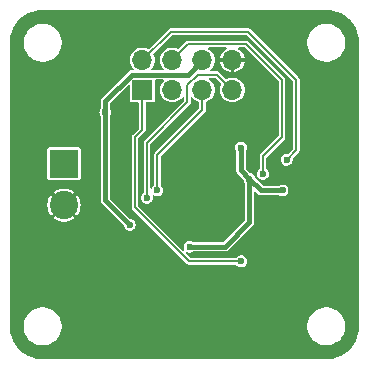
<source format=gbr>
%TF.GenerationSoftware,KiCad,Pcbnew,8.0.0-rc3-3-g27911d9b5a*%
%TF.CreationDate,2025-03-15T22:51:05+01:00*%
%TF.ProjectId,MSPM0C1104S8YCJR,4d53504d-3043-4313-9130-34533859434a,rev?*%
%TF.SameCoordinates,Original*%
%TF.FileFunction,Copper,L2,Bot*%
%TF.FilePolarity,Positive*%
%FSLAX46Y46*%
G04 Gerber Fmt 4.6, Leading zero omitted, Abs format (unit mm)*
G04 Created by KiCad (PCBNEW 8.0.0-rc3-3-g27911d9b5a) date 2025-03-15 22:51:05*
%MOMM*%
%LPD*%
G01*
G04 APERTURE LIST*
%TA.AperFunction,ComponentPad*%
%ADD10R,2.400000X2.400000*%
%TD*%
%TA.AperFunction,ComponentPad*%
%ADD11C,2.400000*%
%TD*%
%TA.AperFunction,ComponentPad*%
%ADD12R,1.700000X1.700000*%
%TD*%
%TA.AperFunction,ComponentPad*%
%ADD13O,1.700000X1.700000*%
%TD*%
%TA.AperFunction,ViaPad*%
%ADD14C,0.600000*%
%TD*%
%TA.AperFunction,Conductor*%
%ADD15C,0.150000*%
%TD*%
%TA.AperFunction,Conductor*%
%ADD16C,0.400000*%
%TD*%
G04 APERTURE END LIST*
D10*
%TO.P,J2,1,Pin_1*%
%TO.N,Net-(J2-Pin_1)*%
X114800000Y-93250000D03*
D11*
%TO.P,J2,2,Pin_2*%
%TO.N,GND*%
X114800000Y-96750000D03*
%TD*%
D12*
%TO.P,J1,1,Pin_1*%
%TO.N,/PA24*%
X121435000Y-86995000D03*
D13*
%TO.P,J1,2,Pin_2*%
%TO.N,/I2C0_SDA*%
X121435000Y-84455000D03*
%TO.P,J1,3,Pin_3*%
%TO.N,/PA27*%
X123975000Y-86995000D03*
%TO.P,J1,4,Pin_4*%
%TO.N,/I2C0_SCL*%
X123975000Y-84455000D03*
%TO.P,J1,5,Pin_5*%
%TO.N,/SWCLK*%
X126515000Y-86995000D03*
%TO.P,J1,6,Pin_6*%
%TO.N,+3V3*%
X126515000Y-84455000D03*
%TO.P,J1,7,Pin_7*%
%TO.N,/SWDIO*%
X129055000Y-86995000D03*
%TO.P,J1,8,Pin_8*%
%TO.N,GND*%
X129055000Y-84455000D03*
%TD*%
D14*
%TO.N,GND*%
X132650000Y-93750000D03*
%TO.N,/I2C0_SDA*%
X133650000Y-92900000D03*
%TO.N,/I2C0_SCL*%
X131650000Y-94100000D03*
%TO.N,GND*%
X138500000Y-96050000D03*
%TO.N,+3V3*%
X133300000Y-95500000D03*
%TO.N,GND*%
X132900000Y-96550000D03*
X122500000Y-91700000D03*
X123500000Y-90850000D03*
X119960000Y-96470000D03*
X117350000Y-97860000D03*
X113490000Y-102820000D03*
X132630000Y-107260000D03*
X116580000Y-81050000D03*
X116150000Y-85570000D03*
X124980000Y-91920000D03*
X123290000Y-93720000D03*
X127700000Y-89760000D03*
X135970000Y-98010000D03*
X137530000Y-102080000D03*
X139050000Y-103260000D03*
X138670000Y-100860000D03*
X137300000Y-99720000D03*
X133170000Y-98040000D03*
X126960000Y-98750000D03*
X131490000Y-99670000D03*
X131980000Y-103850000D03*
X129980000Y-103860000D03*
X127850000Y-102420000D03*
X126550000Y-102990000D03*
X125430000Y-104040000D03*
X120370000Y-107380000D03*
X117180000Y-105920000D03*
X115840000Y-103230000D03*
X118960000Y-99680000D03*
X114530000Y-99970000D03*
X110780000Y-103540000D03*
X111020000Y-101010000D03*
X119370000Y-88270000D03*
X117960000Y-86700000D03*
X116580000Y-90290000D03*
X111150000Y-88760000D03*
X111460000Y-86550000D03*
X117310000Y-83030000D03*
X119680000Y-80890000D03*
X125060000Y-80940000D03*
X131260000Y-80970000D03*
X133790000Y-80970000D03*
X132890000Y-82770000D03*
X133860000Y-86400000D03*
X133860000Y-89440000D03*
X138370000Y-88380000D03*
X138880000Y-86600000D03*
X136000000Y-87060000D03*
X131850000Y-87080000D03*
X131950000Y-90420000D03*
X127030000Y-91800000D03*
X119550000Y-90270000D03*
X119850000Y-92940000D03*
X122930000Y-97270000D03*
X135280000Y-100340000D03*
X137650000Y-93510000D03*
X131590000Y-97110000D03*
X129020000Y-97180000D03*
X113240000Y-90080000D03*
X117150000Y-103000000D03*
%TO.N,+3V3*%
X120360000Y-98400000D03*
%TO.N,/PA24*%
X129800000Y-101500000D03*
%TO.N,+3V3*%
X125437500Y-100262500D03*
X129800000Y-91870000D03*
X130500000Y-94500000D03*
X118300000Y-88900000D03*
%TO.N,/SWCLK*%
X122700000Y-95500000D03*
%TO.N,/SWDIO*%
X121825000Y-96125000D03*
%TD*%
D15*
%TO.N,/I2C0_SDA*%
X134470000Y-92080000D02*
X133650000Y-92900000D01*
X134470000Y-86110000D02*
X134470000Y-92080000D01*
%TO.N,/I2C0_SCL*%
X131650000Y-92600000D02*
X131650000Y-94100000D01*
X133260000Y-90990000D02*
X131650000Y-92600000D01*
X130240000Y-83120000D02*
X133260000Y-86140000D01*
X125310000Y-83120000D02*
X130240000Y-83120000D01*
X133260000Y-86140000D02*
X133260000Y-90990000D01*
X123975000Y-84455000D02*
X125310000Y-83120000D01*
D16*
%TO.N,+3V3*%
X131500000Y-95500000D02*
X133300000Y-95500000D01*
X130500000Y-94500000D02*
X131500000Y-95500000D01*
X129800000Y-93800000D02*
X130500000Y-94500000D01*
X129800000Y-91870000D02*
X129800000Y-93800000D01*
D15*
%TO.N,/SWDIO*%
X126120000Y-85700000D02*
X127760000Y-85700000D01*
X127760000Y-85700000D02*
X129055000Y-86995000D01*
X125250000Y-86570000D02*
X126120000Y-85700000D01*
X121825000Y-91475000D02*
X125250000Y-88050000D01*
X125250000Y-88050000D02*
X125250000Y-86570000D01*
X121825000Y-96125000D02*
X121825000Y-91475000D01*
D16*
%TO.N,+3V3*%
X118300000Y-96340000D02*
X118300000Y-88900000D01*
X120360000Y-98400000D02*
X118300000Y-96340000D01*
D15*
%TO.N,/I2C0_SDA*%
X123830000Y-82060000D02*
X121435000Y-84455000D01*
X130420000Y-82060000D02*
X123830000Y-82060000D01*
X134470000Y-86110000D02*
X130420000Y-82060000D01*
D16*
%TO.N,+3V3*%
X125270000Y-85700000D02*
X126515000Y-84455000D01*
X118300000Y-87930000D02*
X120530000Y-85700000D01*
X118300000Y-88900000D02*
X118300000Y-87930000D01*
X120530000Y-85700000D02*
X125270000Y-85700000D01*
D15*
%TO.N,/PA24*%
X120800000Y-96900000D02*
X125400000Y-101500000D01*
X125400000Y-101500000D02*
X129800000Y-101500000D01*
X120800000Y-91000000D02*
X120800000Y-96900000D01*
X121435000Y-90365000D02*
X120800000Y-91000000D01*
X121435000Y-86995000D02*
X121435000Y-90365000D01*
D16*
%TO.N,+3V3*%
X128437500Y-100262500D02*
X130500000Y-98200000D01*
X125437500Y-100262500D02*
X128437500Y-100262500D01*
X130500000Y-98200000D02*
X130500000Y-94500000D01*
D15*
%TO.N,/SWCLK*%
X126515000Y-88685000D02*
X126515000Y-86995000D01*
X122700000Y-92500000D02*
X126515000Y-88685000D01*
X122700000Y-95500000D02*
X122700000Y-92500000D01*
%TD*%
%TA.AperFunction,Conductor*%
%TO.N,GND*%
G36*
X125651826Y-87599693D02*
G01*
X125656698Y-87605069D01*
X125768590Y-87741410D01*
X125928550Y-87872685D01*
X126111046Y-87970232D01*
X126186981Y-87993266D01*
X126230762Y-88029195D01*
X126239500Y-88064079D01*
X126239500Y-88540232D01*
X126217826Y-88592558D01*
X122543942Y-92266443D01*
X122466442Y-92343943D01*
X122424500Y-92445200D01*
X122424500Y-95041700D01*
X122402826Y-95094026D01*
X122390508Y-95103952D01*
X122368877Y-95117853D01*
X122368868Y-95117860D01*
X122274623Y-95226626D01*
X122241813Y-95298471D01*
X122200360Y-95337064D01*
X122143759Y-95335043D01*
X122105166Y-95293590D01*
X122100500Y-95267730D01*
X122100500Y-91619767D01*
X122122174Y-91567441D01*
X123469383Y-90220232D01*
X125483557Y-88206059D01*
X125496044Y-88175913D01*
X125525500Y-88104800D01*
X125525500Y-87652019D01*
X125547174Y-87599693D01*
X125599500Y-87578019D01*
X125651826Y-87599693D01*
G37*
%TD.AperFunction*%
%TA.AperFunction,Conductor*%
G36*
X137002065Y-80200615D02*
G01*
X137309309Y-80217870D01*
X137317543Y-80218799D01*
X137618855Y-80269993D01*
X137626923Y-80271834D01*
X137920633Y-80356451D01*
X137928447Y-80359185D01*
X138210817Y-80476147D01*
X138218293Y-80479747D01*
X138485784Y-80627584D01*
X138492808Y-80631997D01*
X138742086Y-80808869D01*
X138748554Y-80814028D01*
X138901670Y-80950862D01*
X138976446Y-81017686D01*
X138982313Y-81023553D01*
X139065033Y-81116116D01*
X139185969Y-81251443D01*
X139191132Y-81257915D01*
X139319554Y-81438909D01*
X139368000Y-81507188D01*
X139372415Y-81514215D01*
X139520252Y-81781706D01*
X139523852Y-81789182D01*
X139640810Y-82071543D01*
X139643551Y-82079376D01*
X139728162Y-82373065D01*
X139730008Y-82381156D01*
X139781199Y-82682450D01*
X139782129Y-82690696D01*
X139799384Y-82997934D01*
X139799500Y-83002083D01*
X139799500Y-106997916D01*
X139799384Y-107002065D01*
X139782129Y-107309303D01*
X139781199Y-107317549D01*
X139730008Y-107618843D01*
X139728162Y-107626934D01*
X139643551Y-107920623D01*
X139640810Y-107928456D01*
X139523852Y-108210817D01*
X139520252Y-108218293D01*
X139372415Y-108485784D01*
X139368000Y-108492811D01*
X139191138Y-108742076D01*
X139185963Y-108748564D01*
X138982313Y-108976446D01*
X138976446Y-108982313D01*
X138748564Y-109185963D01*
X138742076Y-109191138D01*
X138492811Y-109368000D01*
X138485784Y-109372415D01*
X138218293Y-109520252D01*
X138210817Y-109523852D01*
X137928456Y-109640810D01*
X137920623Y-109643551D01*
X137626934Y-109728162D01*
X137618843Y-109730008D01*
X137317549Y-109781199D01*
X137309303Y-109782129D01*
X137002066Y-109799384D01*
X136997917Y-109799500D01*
X113002083Y-109799500D01*
X112997934Y-109799384D01*
X112690696Y-109782129D01*
X112682450Y-109781199D01*
X112381156Y-109730008D01*
X112373065Y-109728162D01*
X112079376Y-109643551D01*
X112071543Y-109640810D01*
X111789182Y-109523852D01*
X111781706Y-109520252D01*
X111514215Y-109372415D01*
X111507188Y-109368000D01*
X111363715Y-109266201D01*
X111257915Y-109191132D01*
X111251443Y-109185969D01*
X111062260Y-109016904D01*
X111023553Y-108982313D01*
X111017686Y-108976446D01*
X110950862Y-108901670D01*
X110814028Y-108748554D01*
X110808869Y-108742086D01*
X110631997Y-108492808D01*
X110627584Y-108485784D01*
X110610565Y-108454991D01*
X110479747Y-108218293D01*
X110476147Y-108210817D01*
X110450347Y-108148531D01*
X110359185Y-107928447D01*
X110356451Y-107920633D01*
X110271834Y-107626923D01*
X110269993Y-107618855D01*
X110218799Y-107317543D01*
X110217870Y-107309303D01*
X110207574Y-107125963D01*
X111399500Y-107125963D01*
X111438909Y-107374782D01*
X111438912Y-107374795D01*
X111516756Y-107614373D01*
X111631129Y-107838845D01*
X111779203Y-108042651D01*
X111779207Y-108042656D01*
X111957344Y-108220793D01*
X111957347Y-108220795D01*
X111957348Y-108220796D01*
X112161154Y-108368870D01*
X112269345Y-108423995D01*
X112385621Y-108483241D01*
X112385623Y-108483241D01*
X112385626Y-108483243D01*
X112625204Y-108561087D01*
X112625210Y-108561088D01*
X112625215Y-108561090D01*
X112749626Y-108580795D01*
X112874036Y-108600500D01*
X112874038Y-108600500D01*
X113125964Y-108600500D01*
X113225491Y-108584736D01*
X113374785Y-108561090D01*
X113374792Y-108561087D01*
X113374795Y-108561087D01*
X113614373Y-108483243D01*
X113614373Y-108483242D01*
X113614379Y-108483241D01*
X113838845Y-108368870D01*
X114042656Y-108220793D01*
X114220793Y-108042656D01*
X114368870Y-107838845D01*
X114483241Y-107614379D01*
X114483243Y-107614373D01*
X114561087Y-107374795D01*
X114561087Y-107374792D01*
X114561090Y-107374785D01*
X114600500Y-107125963D01*
X135399500Y-107125963D01*
X135438909Y-107374782D01*
X135438912Y-107374795D01*
X135516756Y-107614373D01*
X135631129Y-107838845D01*
X135779203Y-108042651D01*
X135779207Y-108042656D01*
X135957344Y-108220793D01*
X135957347Y-108220795D01*
X135957348Y-108220796D01*
X136161154Y-108368870D01*
X136269345Y-108423995D01*
X136385621Y-108483241D01*
X136385623Y-108483241D01*
X136385626Y-108483243D01*
X136625204Y-108561087D01*
X136625210Y-108561088D01*
X136625215Y-108561090D01*
X136749626Y-108580795D01*
X136874036Y-108600500D01*
X136874038Y-108600500D01*
X137125964Y-108600500D01*
X137225491Y-108584736D01*
X137374785Y-108561090D01*
X137374792Y-108561087D01*
X137374795Y-108561087D01*
X137614373Y-108483243D01*
X137614373Y-108483242D01*
X137614379Y-108483241D01*
X137838845Y-108368870D01*
X138042656Y-108220793D01*
X138220793Y-108042656D01*
X138368870Y-107838845D01*
X138483241Y-107614379D01*
X138483243Y-107614373D01*
X138561087Y-107374795D01*
X138561087Y-107374792D01*
X138561090Y-107374785D01*
X138600500Y-107125962D01*
X138600500Y-106874038D01*
X138561090Y-106625215D01*
X138561088Y-106625210D01*
X138561087Y-106625204D01*
X138483243Y-106385626D01*
X138483241Y-106385623D01*
X138483241Y-106385621D01*
X138423995Y-106269345D01*
X138368870Y-106161154D01*
X138220796Y-105957348D01*
X138220795Y-105957347D01*
X138220793Y-105957344D01*
X138042656Y-105779207D01*
X138042653Y-105779204D01*
X138042651Y-105779203D01*
X137838845Y-105631129D01*
X137614373Y-105516756D01*
X137374795Y-105438912D01*
X137374782Y-105438909D01*
X137125964Y-105399500D01*
X137125962Y-105399500D01*
X136874038Y-105399500D01*
X136874036Y-105399500D01*
X136625217Y-105438909D01*
X136625204Y-105438912D01*
X136385626Y-105516756D01*
X136161154Y-105631129D01*
X135957348Y-105779203D01*
X135779203Y-105957348D01*
X135631129Y-106161154D01*
X135516756Y-106385626D01*
X135438912Y-106625204D01*
X135438909Y-106625217D01*
X135399500Y-106874036D01*
X135399500Y-107125963D01*
X114600500Y-107125963D01*
X114600500Y-107125962D01*
X114600500Y-106874038D01*
X114561090Y-106625215D01*
X114561088Y-106625210D01*
X114561087Y-106625204D01*
X114483243Y-106385626D01*
X114483241Y-106385623D01*
X114483241Y-106385621D01*
X114423995Y-106269345D01*
X114368870Y-106161154D01*
X114220796Y-105957348D01*
X114220795Y-105957347D01*
X114220793Y-105957344D01*
X114042656Y-105779207D01*
X114042653Y-105779204D01*
X114042651Y-105779203D01*
X113838845Y-105631129D01*
X113614373Y-105516756D01*
X113374795Y-105438912D01*
X113374782Y-105438909D01*
X113125964Y-105399500D01*
X113125962Y-105399500D01*
X112874038Y-105399500D01*
X112874036Y-105399500D01*
X112625217Y-105438909D01*
X112625204Y-105438912D01*
X112385626Y-105516756D01*
X112161154Y-105631129D01*
X111957348Y-105779203D01*
X111779203Y-105957348D01*
X111631129Y-106161154D01*
X111516756Y-106385626D01*
X111438912Y-106625204D01*
X111438909Y-106625217D01*
X111399500Y-106874036D01*
X111399500Y-107125963D01*
X110207574Y-107125963D01*
X110200616Y-107002065D01*
X110200500Y-106997916D01*
X110200500Y-96750003D01*
X113395202Y-96750003D01*
X113414362Y-96981221D01*
X113471320Y-97206145D01*
X113564515Y-97418608D01*
X113691414Y-97612842D01*
X113707524Y-97630341D01*
X114283123Y-97054742D01*
X114319881Y-97118408D01*
X114431592Y-97230119D01*
X114495255Y-97266875D01*
X113921675Y-97840455D01*
X114031645Y-97926048D01*
X114235697Y-98036476D01*
X114455145Y-98111812D01*
X114683990Y-98149999D01*
X114683993Y-98150000D01*
X114916007Y-98150000D01*
X114916009Y-98149999D01*
X115144854Y-98111812D01*
X115364302Y-98036476D01*
X115568353Y-97926048D01*
X115678322Y-97840455D01*
X115678323Y-97840455D01*
X115104743Y-97266875D01*
X115168408Y-97230119D01*
X115280119Y-97118408D01*
X115316876Y-97054743D01*
X115892474Y-97630341D01*
X115908585Y-97612841D01*
X116035484Y-97418608D01*
X116128679Y-97206145D01*
X116185637Y-96981221D01*
X116204798Y-96750003D01*
X116204798Y-96749996D01*
X116185637Y-96518778D01*
X116128679Y-96293854D01*
X116035484Y-96081391D01*
X115908584Y-95887157D01*
X115908585Y-95887157D01*
X115892473Y-95869656D01*
X115316875Y-96445255D01*
X115280119Y-96381592D01*
X115168408Y-96269881D01*
X115104742Y-96233123D01*
X115678323Y-95659543D01*
X115568354Y-95573952D01*
X115568344Y-95573946D01*
X115364302Y-95463523D01*
X115144854Y-95388187D01*
X114916009Y-95350000D01*
X114683990Y-95350000D01*
X114455145Y-95388187D01*
X114235697Y-95463523D01*
X114031655Y-95573946D01*
X114031645Y-95573952D01*
X113921675Y-95659543D01*
X114495256Y-96233124D01*
X114431592Y-96269881D01*
X114319881Y-96381592D01*
X114283124Y-96445256D01*
X113707525Y-95869657D01*
X113707524Y-95869657D01*
X113691420Y-95887149D01*
X113691418Y-95887152D01*
X113564515Y-96081391D01*
X113471320Y-96293854D01*
X113414362Y-96518778D01*
X113395202Y-96749996D01*
X113395202Y-96750003D01*
X110200500Y-96750003D01*
X110200500Y-94469746D01*
X113399500Y-94469746D01*
X113411133Y-94528232D01*
X113432329Y-94559953D01*
X113455448Y-94594552D01*
X113464350Y-94600500D01*
X113521767Y-94638866D01*
X113521768Y-94638866D01*
X113521769Y-94638867D01*
X113580252Y-94650500D01*
X113580254Y-94650500D01*
X116019746Y-94650500D01*
X116019748Y-94650500D01*
X116078231Y-94638867D01*
X116144552Y-94594552D01*
X116188867Y-94528231D01*
X116200500Y-94469748D01*
X116200500Y-92030252D01*
X116188867Y-91971769D01*
X116144552Y-91905448D01*
X116122343Y-91890608D01*
X116078232Y-91861133D01*
X116078233Y-91861133D01*
X116048989Y-91855316D01*
X116019748Y-91849500D01*
X113580252Y-91849500D01*
X113551010Y-91855316D01*
X113521767Y-91861133D01*
X113455449Y-91905447D01*
X113455447Y-91905449D01*
X113411133Y-91971767D01*
X113399500Y-92030253D01*
X113399500Y-94469746D01*
X110200500Y-94469746D01*
X110200500Y-88900000D01*
X117794353Y-88900000D01*
X117814834Y-89042454D01*
X117814834Y-89042455D01*
X117814835Y-89042457D01*
X117874623Y-89173373D01*
X117881425Y-89181222D01*
X117899500Y-89229682D01*
X117899500Y-96287273D01*
X117899500Y-96392727D01*
X117901013Y-96398373D01*
X117926793Y-96494588D01*
X117926795Y-96494592D01*
X117979517Y-96585909D01*
X117979518Y-96585910D01*
X117979520Y-96585913D01*
X119006448Y-97612841D01*
X119847137Y-98453530D01*
X119868058Y-98495324D01*
X119874834Y-98542454D01*
X119934623Y-98673373D01*
X120028868Y-98782139D01*
X120028869Y-98782140D01*
X120028872Y-98782143D01*
X120149947Y-98859953D01*
X120256403Y-98891211D01*
X120288035Y-98900499D01*
X120288037Y-98900500D01*
X120288039Y-98900500D01*
X120431963Y-98900500D01*
X120431964Y-98900499D01*
X120570053Y-98859953D01*
X120691128Y-98782143D01*
X120785377Y-98673373D01*
X120845165Y-98542457D01*
X120865647Y-98400000D01*
X120845165Y-98257543D01*
X120785377Y-98126627D01*
X120723989Y-98055781D01*
X120691131Y-98017860D01*
X120691129Y-98017859D01*
X120691128Y-98017857D01*
X120634182Y-97981260D01*
X120570054Y-97940047D01*
X120570052Y-97940046D01*
X120441491Y-97902297D01*
X120410014Y-97883621D01*
X118722174Y-96195781D01*
X118700500Y-96143455D01*
X118700500Y-89229682D01*
X118718574Y-89181222D01*
X118725377Y-89173373D01*
X118785165Y-89042457D01*
X118805647Y-88900000D01*
X118785165Y-88757543D01*
X118725377Y-88626627D01*
X118725375Y-88626625D01*
X118725375Y-88626624D01*
X118725373Y-88626622D01*
X118718575Y-88618776D01*
X118700500Y-88570316D01*
X118700500Y-88126545D01*
X118722174Y-88074219D01*
X120258174Y-86538219D01*
X120310500Y-86516545D01*
X120362826Y-86538219D01*
X120384500Y-86590545D01*
X120384500Y-87864748D01*
X120392255Y-87903736D01*
X120396133Y-87923232D01*
X120419070Y-87957558D01*
X120440448Y-87989552D01*
X120473674Y-88011753D01*
X120506767Y-88033866D01*
X120506768Y-88033866D01*
X120506769Y-88033867D01*
X120565252Y-88045500D01*
X121085500Y-88045500D01*
X121137826Y-88067174D01*
X121159500Y-88119500D01*
X121159500Y-90220232D01*
X121137826Y-90272558D01*
X120643942Y-90766443D01*
X120566442Y-90843943D01*
X120544234Y-90897559D01*
X120524500Y-90945200D01*
X120524500Y-96954800D01*
X120566443Y-97056058D01*
X125243941Y-101733557D01*
X125243940Y-101733557D01*
X125273599Y-101745841D01*
X125345200Y-101775500D01*
X129342671Y-101775500D01*
X129394997Y-101797174D01*
X129398587Y-101801030D01*
X129468872Y-101882143D01*
X129589947Y-101959953D01*
X129696403Y-101991211D01*
X129728035Y-102000499D01*
X129728037Y-102000500D01*
X129728039Y-102000500D01*
X129871963Y-102000500D01*
X129871964Y-102000499D01*
X130010053Y-101959953D01*
X130131128Y-101882143D01*
X130225377Y-101773373D01*
X130285165Y-101642457D01*
X130305647Y-101500000D01*
X130285165Y-101357543D01*
X130225377Y-101226627D01*
X130131128Y-101117857D01*
X130074182Y-101081260D01*
X130010054Y-101040047D01*
X130010050Y-101040046D01*
X129871964Y-100999500D01*
X129871961Y-100999500D01*
X129728039Y-100999500D01*
X129728036Y-100999500D01*
X129589949Y-101040046D01*
X129589945Y-101040047D01*
X129468875Y-101117855D01*
X129468872Y-101117857D01*
X129398595Y-101198960D01*
X129347950Y-101224311D01*
X129342671Y-101224500D01*
X125544768Y-101224500D01*
X125492442Y-101202826D01*
X125111421Y-100821805D01*
X125089747Y-100769479D01*
X125111421Y-100717153D01*
X125163747Y-100695479D01*
X125203754Y-100707226D01*
X125227447Y-100722453D01*
X125333903Y-100753711D01*
X125365535Y-100762999D01*
X125365537Y-100763000D01*
X125365539Y-100763000D01*
X125509463Y-100763000D01*
X125509464Y-100762999D01*
X125647553Y-100722453D01*
X125721785Y-100674746D01*
X125761792Y-100663000D01*
X128490226Y-100663000D01*
X128490227Y-100663000D01*
X128592088Y-100635707D01*
X128683413Y-100582980D01*
X130820480Y-98445913D01*
X130849781Y-98395160D01*
X130871406Y-98357707D01*
X130873205Y-98354590D01*
X130873206Y-98354588D01*
X130873207Y-98354587D01*
X130900500Y-98252727D01*
X130900500Y-95645544D01*
X130922174Y-95593218D01*
X130974500Y-95571544D01*
X131026826Y-95593218D01*
X131176931Y-95743323D01*
X131176936Y-95743329D01*
X131179520Y-95745913D01*
X131254087Y-95820480D01*
X131345413Y-95873207D01*
X131345414Y-95873207D01*
X131345416Y-95873208D01*
X131378747Y-95882139D01*
X131447270Y-95900500D01*
X131447271Y-95900501D01*
X131447273Y-95900501D01*
X131557257Y-95900501D01*
X131557273Y-95900500D01*
X132975708Y-95900500D01*
X133015714Y-95912246D01*
X133089947Y-95959953D01*
X133194796Y-95990739D01*
X133228035Y-96000499D01*
X133228037Y-96000500D01*
X133228039Y-96000500D01*
X133371963Y-96000500D01*
X133371964Y-96000499D01*
X133510053Y-95959953D01*
X133631128Y-95882143D01*
X133725377Y-95773373D01*
X133785165Y-95642457D01*
X133805647Y-95500000D01*
X133785165Y-95357543D01*
X133725377Y-95226627D01*
X133631128Y-95117857D01*
X133568838Y-95077826D01*
X133510054Y-95040047D01*
X133510050Y-95040046D01*
X133371964Y-94999500D01*
X133371961Y-94999500D01*
X133228039Y-94999500D01*
X133228036Y-94999500D01*
X133089949Y-95040046D01*
X133089945Y-95040047D01*
X133015715Y-95087753D01*
X132975708Y-95099500D01*
X131696544Y-95099500D01*
X131644218Y-95077826D01*
X131012862Y-94446469D01*
X130991941Y-94404673D01*
X130987441Y-94373373D01*
X130985165Y-94357543D01*
X130925377Y-94226627D01*
X130831128Y-94117857D01*
X130774182Y-94081260D01*
X130710054Y-94040047D01*
X130710052Y-94040046D01*
X130581491Y-94002297D01*
X130550014Y-93983621D01*
X130222174Y-93655781D01*
X130200500Y-93603455D01*
X130200500Y-92199682D01*
X130218574Y-92151222D01*
X130225377Y-92143373D01*
X130285165Y-92012457D01*
X130305647Y-91870000D01*
X130285165Y-91727543D01*
X130225377Y-91596627D01*
X130131128Y-91487857D01*
X130074182Y-91451260D01*
X130010054Y-91410047D01*
X130010050Y-91410046D01*
X129871964Y-91369500D01*
X129871961Y-91369500D01*
X129728039Y-91369500D01*
X129728036Y-91369500D01*
X129589949Y-91410046D01*
X129589945Y-91410047D01*
X129468875Y-91487855D01*
X129468868Y-91487860D01*
X129374623Y-91596626D01*
X129314834Y-91727545D01*
X129294353Y-91870000D01*
X129314834Y-92012454D01*
X129314834Y-92012455D01*
X129314835Y-92012457D01*
X129374623Y-92143373D01*
X129381425Y-92151222D01*
X129399500Y-92199682D01*
X129399500Y-93747273D01*
X129399500Y-93852727D01*
X129426793Y-93954588D01*
X129426795Y-93954592D01*
X129479517Y-94045909D01*
X129479518Y-94045910D01*
X129479520Y-94045913D01*
X129791150Y-94357543D01*
X129987137Y-94553530D01*
X130008058Y-94595324D01*
X130014834Y-94642454D01*
X130014834Y-94642455D01*
X130014835Y-94642457D01*
X130074623Y-94773373D01*
X130081425Y-94781222D01*
X130099500Y-94829682D01*
X130099500Y-98003455D01*
X130077826Y-98055781D01*
X128293281Y-99840326D01*
X128240955Y-99862000D01*
X125761792Y-99862000D01*
X125721785Y-99850253D01*
X125647554Y-99802547D01*
X125647550Y-99802546D01*
X125509464Y-99762000D01*
X125509461Y-99762000D01*
X125365539Y-99762000D01*
X125365536Y-99762000D01*
X125227449Y-99802546D01*
X125227445Y-99802547D01*
X125106375Y-99880355D01*
X125106368Y-99880360D01*
X125012123Y-99989126D01*
X124952334Y-100120045D01*
X124931853Y-100262500D01*
X124952334Y-100404954D01*
X124998614Y-100506292D01*
X125000635Y-100562893D01*
X124962042Y-100604346D01*
X124905441Y-100606367D01*
X124878975Y-100589359D01*
X121097174Y-96807558D01*
X121075500Y-96755232D01*
X121075500Y-91144767D01*
X121097174Y-91092441D01*
X121345673Y-90843942D01*
X121668558Y-90521058D01*
X121710500Y-90419800D01*
X121710500Y-90310200D01*
X121710500Y-88119500D01*
X121732174Y-88067174D01*
X121784500Y-88045500D01*
X122304746Y-88045500D01*
X122304748Y-88045500D01*
X122363231Y-88033867D01*
X122429552Y-87989552D01*
X122473867Y-87923231D01*
X122485500Y-87864748D01*
X122485500Y-86174500D01*
X122507174Y-86122174D01*
X122559500Y-86100500D01*
X123202222Y-86100500D01*
X123254548Y-86122174D01*
X123276222Y-86174500D01*
X123254548Y-86226826D01*
X123249167Y-86231703D01*
X123228590Y-86248589D01*
X123228589Y-86248590D01*
X123097315Y-86408549D01*
X122999769Y-86591043D01*
X122939700Y-86789064D01*
X122919417Y-86995000D01*
X122939700Y-87200935D01*
X122999769Y-87398956D01*
X123097315Y-87581450D01*
X123181546Y-87684087D01*
X123228590Y-87741410D01*
X123388550Y-87872685D01*
X123571046Y-87970232D01*
X123769066Y-88030300D01*
X123975000Y-88050583D01*
X124180934Y-88030300D01*
X124378954Y-87970232D01*
X124561450Y-87872685D01*
X124721410Y-87741410D01*
X124843297Y-87592888D01*
X124893246Y-87566190D01*
X124947445Y-87582631D01*
X124974144Y-87632580D01*
X124974500Y-87639834D01*
X124974500Y-87905232D01*
X124952826Y-87957558D01*
X121668942Y-91241443D01*
X121591442Y-91318943D01*
X121549500Y-91420200D01*
X121549500Y-95666700D01*
X121527826Y-95719026D01*
X121515508Y-95728952D01*
X121493877Y-95742853D01*
X121493868Y-95742860D01*
X121399623Y-95851626D01*
X121339834Y-95982545D01*
X121319353Y-96125000D01*
X121339834Y-96267454D01*
X121339834Y-96267455D01*
X121339835Y-96267457D01*
X121391959Y-96381592D01*
X121399623Y-96398373D01*
X121493868Y-96507139D01*
X121493869Y-96507140D01*
X121493872Y-96507143D01*
X121614947Y-96584953D01*
X121721403Y-96616211D01*
X121753035Y-96625499D01*
X121753037Y-96625500D01*
X121753039Y-96625500D01*
X121896963Y-96625500D01*
X121896964Y-96625499D01*
X122035053Y-96584953D01*
X122156128Y-96507143D01*
X122250377Y-96398373D01*
X122310165Y-96267457D01*
X122330647Y-96125000D01*
X122311343Y-95990738D01*
X122325350Y-95935861D01*
X122374059Y-95906961D01*
X122424596Y-95917954D01*
X122489947Y-95959953D01*
X122594796Y-95990739D01*
X122628035Y-96000499D01*
X122628037Y-96000500D01*
X122628039Y-96000500D01*
X122771963Y-96000500D01*
X122771964Y-96000499D01*
X122910053Y-95959953D01*
X123031128Y-95882143D01*
X123125377Y-95773373D01*
X123185165Y-95642457D01*
X123205647Y-95500000D01*
X123185165Y-95357543D01*
X123125377Y-95226627D01*
X123031128Y-95117857D01*
X123031122Y-95117853D01*
X123009492Y-95103952D01*
X122977191Y-95057429D01*
X122975500Y-95041700D01*
X122975500Y-92644767D01*
X122997174Y-92592441D01*
X124823172Y-90766443D01*
X126748558Y-88841058D01*
X126790500Y-88739800D01*
X126790500Y-88630200D01*
X126790500Y-88064079D01*
X126812174Y-88011753D01*
X126843017Y-87993266D01*
X126918954Y-87970232D01*
X127101450Y-87872685D01*
X127261410Y-87741410D01*
X127392685Y-87581450D01*
X127490232Y-87398954D01*
X127550300Y-87200934D01*
X127570583Y-86995000D01*
X127550300Y-86789066D01*
X127490232Y-86591046D01*
X127392685Y-86408550D01*
X127261410Y-86248590D01*
X127234891Y-86226826D01*
X127101449Y-86117314D01*
X127096674Y-86114762D01*
X127060743Y-86070981D01*
X127066295Y-86014617D01*
X127110076Y-85978686D01*
X127131557Y-85975500D01*
X127615233Y-85975500D01*
X127667559Y-85997174D01*
X128104238Y-86433853D01*
X128125912Y-86486179D01*
X128117174Y-86521062D01*
X128079770Y-86591041D01*
X128019700Y-86789064D01*
X127999417Y-86995000D01*
X128019700Y-87200935D01*
X128079769Y-87398956D01*
X128177315Y-87581450D01*
X128261546Y-87684087D01*
X128308590Y-87741410D01*
X128468550Y-87872685D01*
X128651046Y-87970232D01*
X128849066Y-88030300D01*
X129055000Y-88050583D01*
X129260934Y-88030300D01*
X129458954Y-87970232D01*
X129641450Y-87872685D01*
X129801410Y-87741410D01*
X129932685Y-87581450D01*
X130030232Y-87398954D01*
X130090300Y-87200934D01*
X130110583Y-86995000D01*
X130090300Y-86789066D01*
X130030232Y-86591046D01*
X129932685Y-86408550D01*
X129801410Y-86248590D01*
X129774890Y-86226826D01*
X129641450Y-86117315D01*
X129458956Y-86019769D01*
X129458955Y-86019768D01*
X129458954Y-86019768D01*
X129323523Y-85978686D01*
X129260935Y-85959700D01*
X129055000Y-85939417D01*
X128849064Y-85959700D01*
X128764162Y-85985455D01*
X128651046Y-86019768D01*
X128651043Y-86019769D01*
X128651041Y-86019770D01*
X128581062Y-86057174D01*
X128524697Y-86062725D01*
X128493853Y-86044238D01*
X127916060Y-85466445D01*
X127916055Y-85466441D01*
X127916051Y-85466440D01*
X127916037Y-85466433D01*
X127814800Y-85424500D01*
X127196390Y-85424500D01*
X127144064Y-85402826D01*
X127122390Y-85350500D01*
X127144064Y-85298174D01*
X127149445Y-85293297D01*
X127175162Y-85272190D01*
X127261410Y-85201410D01*
X127392685Y-85041450D01*
X127490232Y-84858954D01*
X127550300Y-84660934D01*
X127570583Y-84455000D01*
X127550300Y-84249066D01*
X127490232Y-84051046D01*
X127392685Y-83868550D01*
X127261410Y-83708590D01*
X127101450Y-83577315D01*
X127021838Y-83534761D01*
X126985909Y-83490981D01*
X126991461Y-83434616D01*
X127035242Y-83398686D01*
X127056723Y-83395500D01*
X128514336Y-83395500D01*
X128566662Y-83417174D01*
X128588336Y-83469500D01*
X128566662Y-83521826D01*
X128549220Y-83534762D01*
X128468830Y-83577731D01*
X128468821Y-83577737D01*
X128308945Y-83708945D01*
X128177737Y-83868821D01*
X128177731Y-83868830D01*
X128080233Y-84051235D01*
X128020192Y-84249162D01*
X128014693Y-84305000D01*
X128577555Y-84305000D01*
X128555000Y-84389174D01*
X128555000Y-84520826D01*
X128577555Y-84605000D01*
X128014693Y-84605000D01*
X128020192Y-84660837D01*
X128080233Y-84858764D01*
X128177731Y-85041169D01*
X128177737Y-85041178D01*
X128308945Y-85201054D01*
X128468821Y-85332262D01*
X128468830Y-85332268D01*
X128651235Y-85429766D01*
X128849162Y-85489807D01*
X128905000Y-85495306D01*
X128905000Y-84932445D01*
X128989174Y-84955000D01*
X129120826Y-84955000D01*
X129205000Y-84932445D01*
X129205000Y-85495306D01*
X129260837Y-85489807D01*
X129458764Y-85429766D01*
X129641169Y-85332268D01*
X129641178Y-85332262D01*
X129801054Y-85201054D01*
X129932262Y-85041178D01*
X129932268Y-85041169D01*
X130029766Y-84858764D01*
X130089807Y-84660837D01*
X130095307Y-84605000D01*
X129532445Y-84605000D01*
X129555000Y-84520826D01*
X129555000Y-84389174D01*
X129532445Y-84305000D01*
X130095306Y-84305000D01*
X130089807Y-84249162D01*
X130029766Y-84051235D01*
X129932268Y-83868830D01*
X129932262Y-83868821D01*
X129801054Y-83708945D01*
X129641178Y-83577737D01*
X129641169Y-83577731D01*
X129560780Y-83534762D01*
X129524850Y-83490981D01*
X129530402Y-83434616D01*
X129574183Y-83398686D01*
X129595664Y-83395500D01*
X130095233Y-83395500D01*
X130147559Y-83417174D01*
X132962826Y-86232441D01*
X132984500Y-86284767D01*
X132984500Y-90845233D01*
X132962826Y-90897559D01*
X131416442Y-92443943D01*
X131374500Y-92545200D01*
X131374500Y-93641700D01*
X131352826Y-93694026D01*
X131340508Y-93703952D01*
X131318877Y-93717853D01*
X131318868Y-93717860D01*
X131224623Y-93826626D01*
X131164834Y-93957545D01*
X131144353Y-94100000D01*
X131164834Y-94242454D01*
X131224623Y-94373373D01*
X131318868Y-94482139D01*
X131318869Y-94482140D01*
X131318872Y-94482143D01*
X131390588Y-94528232D01*
X131429952Y-94553530D01*
X131439947Y-94559953D01*
X131546403Y-94591211D01*
X131578035Y-94600499D01*
X131578037Y-94600500D01*
X131578039Y-94600500D01*
X131721963Y-94600500D01*
X131721964Y-94600499D01*
X131860053Y-94559953D01*
X131981128Y-94482143D01*
X132075377Y-94373373D01*
X132135165Y-94242457D01*
X132155647Y-94100000D01*
X132135165Y-93957543D01*
X132075377Y-93826627D01*
X131981128Y-93717857D01*
X131981122Y-93717853D01*
X131959492Y-93703952D01*
X131927191Y-93657429D01*
X131925500Y-93641700D01*
X131925500Y-92744766D01*
X131947173Y-92692441D01*
X133493557Y-91146058D01*
X133535500Y-91044800D01*
X133535500Y-90935200D01*
X133535500Y-86085200D01*
X133493557Y-85983942D01*
X133416058Y-85906443D01*
X130396058Y-82886443D01*
X130396057Y-82886442D01*
X130396029Y-82886430D01*
X130396029Y-82886431D01*
X130396017Y-82886426D01*
X130294800Y-82844500D01*
X125255200Y-82844500D01*
X125183890Y-82874038D01*
X125183889Y-82874038D01*
X125153943Y-82886441D01*
X125153939Y-82886444D01*
X124536145Y-83504238D01*
X124483819Y-83525912D01*
X124448936Y-83517174D01*
X124378958Y-83479769D01*
X124180935Y-83419700D01*
X123975000Y-83399417D01*
X123769064Y-83419700D01*
X123571043Y-83479769D01*
X123388549Y-83577315D01*
X123228590Y-83708589D01*
X123228589Y-83708590D01*
X123097315Y-83868549D01*
X122999769Y-84051043D01*
X122939700Y-84249064D01*
X122938425Y-84262007D01*
X122919417Y-84455000D01*
X122939700Y-84660934D01*
X122999710Y-84858764D01*
X122999769Y-84858956D01*
X123097315Y-85041450D01*
X123209833Y-85178555D01*
X123226274Y-85232754D01*
X123199575Y-85282703D01*
X123152630Y-85299500D01*
X122257370Y-85299500D01*
X122205044Y-85277826D01*
X122183370Y-85225500D01*
X122200167Y-85178555D01*
X122237552Y-85133000D01*
X122312685Y-85041450D01*
X122410232Y-84858954D01*
X122470300Y-84660934D01*
X122490583Y-84455000D01*
X122470300Y-84249066D01*
X122410232Y-84051046D01*
X122372823Y-83981061D01*
X122367272Y-83924699D01*
X122385758Y-83893855D01*
X123922442Y-82357174D01*
X123974768Y-82335500D01*
X130275233Y-82335500D01*
X130327559Y-82357174D01*
X134172826Y-86202441D01*
X134194500Y-86254767D01*
X134194500Y-91935231D01*
X134172826Y-91987557D01*
X133782182Y-92378200D01*
X133729856Y-92399874D01*
X133724622Y-92399500D01*
X133721961Y-92399500D01*
X133578039Y-92399500D01*
X133578036Y-92399500D01*
X133439949Y-92440046D01*
X133439945Y-92440047D01*
X133318875Y-92517855D01*
X133318868Y-92517860D01*
X133224623Y-92626626D01*
X133164834Y-92757545D01*
X133144353Y-92900000D01*
X133164834Y-93042454D01*
X133224623Y-93173373D01*
X133318868Y-93282139D01*
X133318869Y-93282140D01*
X133318872Y-93282143D01*
X133439947Y-93359953D01*
X133546403Y-93391211D01*
X133578035Y-93400499D01*
X133578037Y-93400500D01*
X133578039Y-93400500D01*
X133721963Y-93400500D01*
X133721964Y-93400499D01*
X133860053Y-93359953D01*
X133981128Y-93282143D01*
X134075377Y-93173373D01*
X134135165Y-93042457D01*
X134155647Y-92900000D01*
X134146332Y-92835216D01*
X134160339Y-92780340D01*
X134167245Y-92772368D01*
X134703557Y-92236059D01*
X134719301Y-92198050D01*
X134745500Y-92134800D01*
X134745500Y-86055200D01*
X134703557Y-85953942D01*
X134626058Y-85876443D01*
X131875578Y-83125963D01*
X135399500Y-83125963D01*
X135438909Y-83374782D01*
X135438912Y-83374795D01*
X135516756Y-83614373D01*
X135631129Y-83838845D01*
X135715521Y-83955000D01*
X135779207Y-84042656D01*
X135957344Y-84220793D01*
X135957347Y-84220795D01*
X135957348Y-84220796D01*
X136161154Y-84368870D01*
X136269345Y-84423995D01*
X136385621Y-84483241D01*
X136385623Y-84483241D01*
X136385626Y-84483243D01*
X136625204Y-84561087D01*
X136625210Y-84561088D01*
X136625215Y-84561090D01*
X136749626Y-84580795D01*
X136874036Y-84600500D01*
X136874038Y-84600500D01*
X137125964Y-84600500D01*
X137225491Y-84584736D01*
X137374785Y-84561090D01*
X137374792Y-84561087D01*
X137374795Y-84561087D01*
X137614373Y-84483243D01*
X137614373Y-84483242D01*
X137614379Y-84483241D01*
X137838845Y-84368870D01*
X138042656Y-84220793D01*
X138220793Y-84042656D01*
X138368870Y-83838845D01*
X138483241Y-83614379D01*
X138553324Y-83398686D01*
X138561087Y-83374795D01*
X138561087Y-83374792D01*
X138561090Y-83374785D01*
X138600500Y-83125962D01*
X138600500Y-82874038D01*
X138593884Y-82832269D01*
X138561090Y-82625217D01*
X138561087Y-82625204D01*
X138483243Y-82385626D01*
X138483241Y-82385623D01*
X138483241Y-82385621D01*
X138423995Y-82269345D01*
X138368870Y-82161154D01*
X138220796Y-81957348D01*
X138220795Y-81957347D01*
X138220793Y-81957344D01*
X138042656Y-81779207D01*
X138042653Y-81779204D01*
X138042651Y-81779203D01*
X137838845Y-81631129D01*
X137614373Y-81516756D01*
X137374795Y-81438912D01*
X137374782Y-81438909D01*
X137125964Y-81399500D01*
X137125962Y-81399500D01*
X136874038Y-81399500D01*
X136874036Y-81399500D01*
X136625217Y-81438909D01*
X136625204Y-81438912D01*
X136385626Y-81516756D01*
X136161154Y-81631129D01*
X135957348Y-81779203D01*
X135779203Y-81957348D01*
X135631129Y-82161154D01*
X135516756Y-82385626D01*
X135438912Y-82625204D01*
X135438909Y-82625217D01*
X135399500Y-82874036D01*
X135399500Y-83125963D01*
X131875578Y-83125963D01*
X130576058Y-81826443D01*
X130474800Y-81784500D01*
X123775200Y-81784500D01*
X123703598Y-81814157D01*
X123703599Y-81814158D01*
X123673942Y-81826442D01*
X121996145Y-83504238D01*
X121943819Y-83525912D01*
X121908936Y-83517174D01*
X121838958Y-83479769D01*
X121640935Y-83419700D01*
X121435000Y-83399417D01*
X121229064Y-83419700D01*
X121031043Y-83479769D01*
X120848549Y-83577315D01*
X120688590Y-83708589D01*
X120688589Y-83708590D01*
X120557315Y-83868549D01*
X120459769Y-84051043D01*
X120399700Y-84249064D01*
X120398425Y-84262007D01*
X120379417Y-84455000D01*
X120399700Y-84660934D01*
X120459710Y-84858764D01*
X120459769Y-84858956D01*
X120557315Y-85041450D01*
X120669833Y-85178555D01*
X120686274Y-85232754D01*
X120659575Y-85282703D01*
X120612630Y-85299500D01*
X120582727Y-85299500D01*
X120477273Y-85299500D01*
X120426342Y-85313146D01*
X120375411Y-85326793D01*
X120375407Y-85326795D01*
X120284090Y-85379517D01*
X117979517Y-87684090D01*
X117926792Y-87775412D01*
X117926793Y-87775413D01*
X117899500Y-87877273D01*
X117899500Y-88570316D01*
X117881425Y-88618776D01*
X117874626Y-88626622D01*
X117874624Y-88626624D01*
X117814834Y-88757545D01*
X117794353Y-88900000D01*
X110200500Y-88900000D01*
X110200500Y-83125963D01*
X111399500Y-83125963D01*
X111438909Y-83374782D01*
X111438912Y-83374795D01*
X111516756Y-83614373D01*
X111631129Y-83838845D01*
X111715521Y-83955000D01*
X111779207Y-84042656D01*
X111957344Y-84220793D01*
X111957347Y-84220795D01*
X111957348Y-84220796D01*
X112161154Y-84368870D01*
X112269345Y-84423995D01*
X112385621Y-84483241D01*
X112385623Y-84483241D01*
X112385626Y-84483243D01*
X112625204Y-84561087D01*
X112625210Y-84561088D01*
X112625215Y-84561090D01*
X112749626Y-84580795D01*
X112874036Y-84600500D01*
X112874038Y-84600500D01*
X113125964Y-84600500D01*
X113225491Y-84584736D01*
X113374785Y-84561090D01*
X113374792Y-84561087D01*
X113374795Y-84561087D01*
X113614373Y-84483243D01*
X113614373Y-84483242D01*
X113614379Y-84483241D01*
X113838845Y-84368870D01*
X114042656Y-84220793D01*
X114220793Y-84042656D01*
X114368870Y-83838845D01*
X114483241Y-83614379D01*
X114553324Y-83398686D01*
X114561087Y-83374795D01*
X114561087Y-83374792D01*
X114561090Y-83374785D01*
X114600500Y-83125962D01*
X114600500Y-82874038D01*
X114593884Y-82832269D01*
X114561090Y-82625217D01*
X114561087Y-82625204D01*
X114483243Y-82385626D01*
X114483241Y-82385623D01*
X114483241Y-82385621D01*
X114423995Y-82269345D01*
X114368870Y-82161154D01*
X114220796Y-81957348D01*
X114220795Y-81957347D01*
X114220793Y-81957344D01*
X114042656Y-81779207D01*
X114042653Y-81779204D01*
X114042651Y-81779203D01*
X113838845Y-81631129D01*
X113614373Y-81516756D01*
X113374795Y-81438912D01*
X113374782Y-81438909D01*
X113125964Y-81399500D01*
X113125962Y-81399500D01*
X112874038Y-81399500D01*
X112874036Y-81399500D01*
X112625217Y-81438909D01*
X112625204Y-81438912D01*
X112385626Y-81516756D01*
X112161154Y-81631129D01*
X111957348Y-81779203D01*
X111779203Y-81957348D01*
X111631129Y-82161154D01*
X111516756Y-82385626D01*
X111438912Y-82625204D01*
X111438909Y-82625217D01*
X111399500Y-82874036D01*
X111399500Y-83125963D01*
X110200500Y-83125963D01*
X110200500Y-83002083D01*
X110200616Y-82997934D01*
X110209233Y-82844500D01*
X110217870Y-82690688D01*
X110218800Y-82682450D01*
X110269994Y-82381140D01*
X110271833Y-82373080D01*
X110356453Y-82079361D01*
X110359183Y-82071558D01*
X110476150Y-81789175D01*
X110479743Y-81781713D01*
X110627590Y-81514204D01*
X110631991Y-81507199D01*
X110808875Y-81257904D01*
X110814020Y-81251453D01*
X111017690Y-81023548D01*
X111023553Y-81017686D01*
X111251453Y-80814020D01*
X111257904Y-80808875D01*
X111507199Y-80631991D01*
X111514204Y-80627590D01*
X111781713Y-80479743D01*
X111789175Y-80476150D01*
X112071558Y-80359183D01*
X112079361Y-80356453D01*
X112373080Y-80271833D01*
X112381140Y-80269994D01*
X112682458Y-80218799D01*
X112690688Y-80217870D01*
X112997934Y-80200615D01*
X113002083Y-80200500D01*
X113039882Y-80200500D01*
X136960118Y-80200500D01*
X136997917Y-80200500D01*
X137002065Y-80200615D01*
G37*
%TD.AperFunction*%
%TD*%
M02*

</source>
